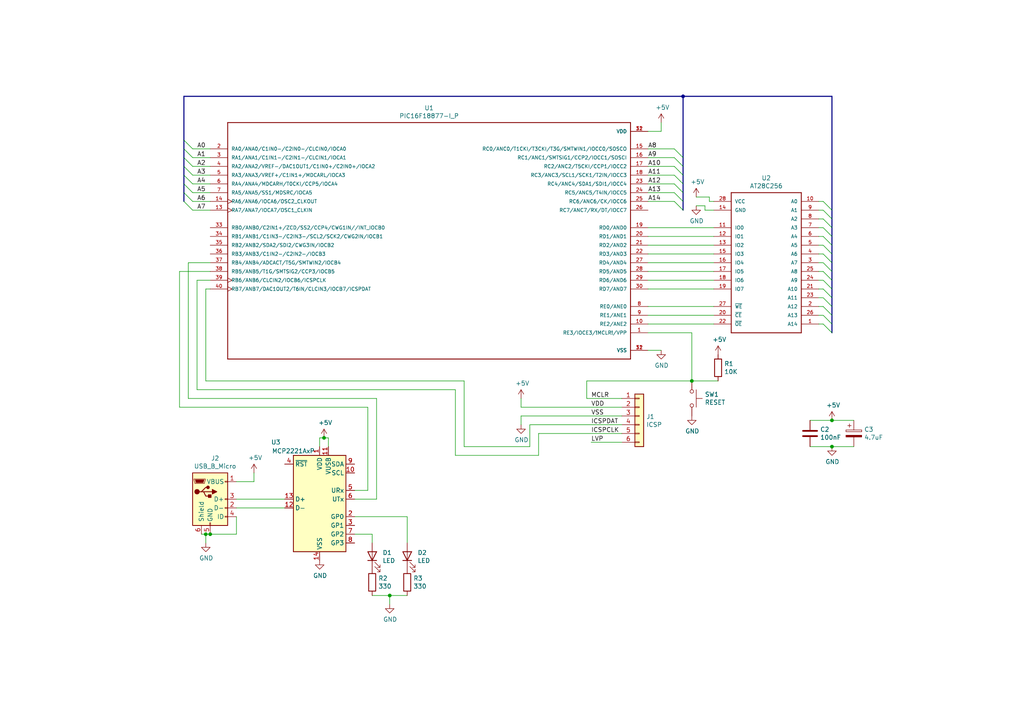
<source format=kicad_sch>
(kicad_sch (version 20230121) (generator eeschema)
  (paper "A4")
  (lib_symbols
    (symbol "AT28C256_1" (pin_names (offset 1.016))
      (property "Reference" "U" (at -5.08 24.1554 0))
      (property "Value" "AT28C256" (at -5.08 -21.3868 0))
      (symbol "AT28C256_1_0_0"
        (polyline (pts (xy -10.16 -17.78) (xy -10.16 22.86)) (stroke (width 0.254)))
        (polyline (pts (xy -10.16 22.86) (xy 10.16 22.86)) (stroke (width 0.254)))
        (polyline (pts (xy 10.16 -17.78) (xy -10.16 -17.78)) (stroke (width 0.254)))
        (polyline (pts (xy 10.16 22.86) (xy 10.16 -17.78)) (stroke (width 0.254)))
        (pin bidirectional line (at 15.24 -15.24 180) (length 5.08) (name "A14") (number "1"))
        (pin bidirectional line (at 15.24 20.32 180) (length 5.08) (name "A0") (number "10"))
        (pin bidirectional line (at -15.24 12.7 0) (length 5.08) (name "IO0") (number "11"))
        (pin bidirectional line (at -15.24 10.16 0) (length 5.08) (name "IO1") (number "12"))
        (pin bidirectional line (at -15.24 7.62 0) (length 5.08) (name "IO2") (number "13"))
        (pin bidirectional line (at -15.24 17.78 0) (length 5.08) (name "GND") (number "14"))
        (pin bidirectional line (at -15.24 5.08 0) (length 5.08) (name "IO3") (number "15"))
        (pin bidirectional line (at -15.24 2.54 0) (length 5.08) (name "IO4") (number "16"))
        (pin bidirectional line (at -15.24 0 0) (length 5.08) (name "IO5") (number "17"))
        (pin bidirectional line (at -15.24 -2.54 0) (length 5.08) (name "IO6") (number "18"))
        (pin bidirectional line (at -15.24 -5.08 0) (length 5.08) (name "IO7") (number "19"))
        (pin bidirectional line (at 15.24 -10.16 180) (length 5.08) (name "A12") (number "2"))
        (pin bidirectional line (at -15.24 -12.7 0) (length 5.08) (name "~{CE}") (number "20"))
        (pin bidirectional line (at 15.24 -5.08 180) (length 5.08) (name "A10") (number "21"))
        (pin bidirectional line (at -15.24 -15.24 0) (length 5.08) (name "~{OE}") (number "22"))
        (pin bidirectional line (at 15.24 -7.62 180) (length 5.08) (name "A11") (number "23"))
        (pin bidirectional line (at 15.24 -2.54 180) (length 5.08) (name "A9") (number "24"))
        (pin bidirectional line (at 15.24 0 180) (length 5.08) (name "A8") (number "25"))
        (pin bidirectional line (at 15.24 -12.7 180) (length 5.08) (name "A13") (number "26"))
        (pin bidirectional line (at -15.24 -10.16 0) (length 5.08) (name "~{WE}") (number "27"))
        (pin bidirectional line (at -15.24 20.32 0) (length 5.08) (name "VCC") (number "28"))
        (pin bidirectional line (at 15.24 2.54 180) (length 5.08) (name "A7") (number "3"))
        (pin bidirectional line (at 15.24 5.08 180) (length 5.08) (name "A6") (number "4"))
        (pin bidirectional line (at 15.24 7.62 180) (length 5.08) (name "A5") (number "5"))
        (pin bidirectional line (at 15.24 10.16 180) (length 5.08) (name "A4") (number "6"))
        (pin bidirectional line (at 15.24 12.7 180) (length 5.08) (name "A3") (number "7"))
        (pin bidirectional line (at 15.24 15.24 180) (length 5.08) (name "A2") (number "8"))
        (pin bidirectional line (at 15.24 17.78 180) (length 5.08) (name "A1") (number "9"))
      )
    )
    (symbol "AT28C256_2" (pin_names (offset 1.016))
      (property "Reference" "U" (at -5.08 24.1554 0))
      (property "Value" "AT28C256" (at -5.08 -21.3868 0))
      (symbol "AT28C256_2_0_0"
        (polyline (pts (xy -10.16 -17.78) (xy -10.16 22.86)) (stroke (width 0.254)))
        (polyline (pts (xy -10.16 22.86) (xy 10.16 22.86)) (stroke (width 0.254)))
        (polyline (pts (xy 10.16 -17.78) (xy -10.16 -17.78)) (stroke (width 0.254)))
        (polyline (pts (xy 10.16 22.86) (xy 10.16 -17.78)) (stroke (width 0.254)))
        (pin bidirectional line (at 15.24 -15.24 180) (length 5.08) (name "A14") (number "1"))
        (pin bidirectional line (at 15.24 20.32 180) (length 5.08) (name "A0") (number "10"))
        (pin bidirectional line (at -15.24 12.7 0) (length 5.08) (name "IO0") (number "11"))
        (pin bidirectional line (at -15.24 10.16 0) (length 5.08) (name "IO1") (number "12"))
        (pin bidirectional line (at -15.24 7.62 0) (length 5.08) (name "IO2") (number "13"))
        (pin bidirectional line (at -15.24 17.78 0) (length 5.08) (name "GND") (number "14"))
        (pin bidirectional line (at -15.24 5.08 0) (length 5.08) (name "IO3") (number "15"))
        (pin bidirectional line (at -15.24 2.54 0) (length 5.08) (name "IO4") (number "16"))
        (pin bidirectional line (at -15.24 0 0) (length 5.08) (name "IO5") (number "17"))
        (pin bidirectional line (at -15.24 -2.54 0) (length 5.08) (name "IO6") (number "18"))
        (pin bidirectional line (at -15.24 -5.08 0) (length 5.08) (name "IO7") (number "19"))
        (pin bidirectional line (at 15.24 -10.16 180) (length 5.08) (name "A12") (number "2"))
        (pin bidirectional line (at -15.24 -12.7 0) (length 5.08) (name "~{CE}") (number "20"))
        (pin bidirectional line (at 15.24 -5.08 180) (length 5.08) (name "A10") (number "21"))
        (pin bidirectional line (at -15.24 -15.24 0) (length 5.08) (name "~{OE}") (number "22"))
        (pin bidirectional line (at 15.24 -7.62 180) (length 5.08) (name "A11") (number "23"))
        (pin bidirectional line (at 15.24 -2.54 180) (length 5.08) (name "A9") (number "24"))
        (pin bidirectional line (at 15.24 0 180) (length 5.08) (name "A8") (number "25"))
        (pin bidirectional line (at 15.24 -12.7 180) (length 5.08) (name "A13") (number "26"))
        (pin bidirectional line (at -15.24 -10.16 0) (length 5.08) (name "~{WE}") (number "27"))
        (pin bidirectional line (at -15.24 20.32 0) (length 5.08) (name "VCC") (number "28"))
        (pin bidirectional line (at 15.24 2.54 180) (length 5.08) (name "A7") (number "3"))
        (pin bidirectional line (at 15.24 5.08 180) (length 5.08) (name "A6") (number "4"))
        (pin bidirectional line (at 15.24 7.62 180) (length 5.08) (name "A5") (number "5"))
        (pin bidirectional line (at 15.24 10.16 180) (length 5.08) (name "A4") (number "6"))
        (pin bidirectional line (at 15.24 12.7 180) (length 5.08) (name "A3") (number "7"))
        (pin bidirectional line (at 15.24 15.24 180) (length 5.08) (name "A2") (number "8"))
        (pin bidirectional line (at 15.24 17.78 180) (length 5.08) (name "A1") (number "9"))
      )
    )
    (symbol "Connector_Generic:Conn_01x06" (pin_names (offset 1.016) hide)
      (property "Reference" "J" (at 0 7.62 0))
      (property "Value" "Conn_01x06" (at 0 -10.16 0))
      (symbol "Conn_01x06_1_1"
        (rectangle (start -1.27 -7.493) (end 0 -7.747) (stroke (width 0.1524)))
        (rectangle (start -1.27 -4.953) (end 0 -5.207) (stroke (width 0.1524)))
        (rectangle (start -1.27 -2.413) (end 0 -2.667) (stroke (width 0.1524)))
        (rectangle (start -1.27 0.127) (end 0 -0.127) (stroke (width 0.1524)))
        (rectangle (start -1.27 2.667) (end 0 2.413) (stroke (width 0.1524)))
        (rectangle (start -1.27 5.207) (end 0 4.953) (stroke (width 0.1524)))
        (rectangle (start -1.27 6.35) (end 1.27 -8.89) (stroke (width 0.254)) (fill (type background)))
        (pin passive line (at -5.08 5.08 0) (length 3.81) (name "Pin_1") (number "1"))
        (pin passive line (at -5.08 2.54 0) (length 3.81) (name "Pin_2") (number "2"))
        (pin passive line (at -5.08 0 0) (length 3.81) (name "Pin_3") (number "3"))
        (pin passive line (at -5.08 -2.54 0) (length 3.81) (name "Pin_4") (number "4"))
        (pin passive line (at -5.08 -5.08 0) (length 3.81) (name "Pin_5") (number "5"))
        (pin passive line (at -5.08 -7.62 0) (length 3.81) (name "Pin_6") (number "6"))
      )
    )
    (symbol "Device:C" (pin_numbers hide) (pin_names (offset 0.254))
      (property "Reference" "C" (at 0.635 2.54 0))
      (property "Value" "C" (at 0.635 -2.54 0))
      (symbol "C_0_1"
        (polyline (pts (xy -2.032 -0.762) (xy 2.032 -0.762)) (stroke (width 0.508)))
        (polyline (pts (xy -2.032 0.762) (xy 2.032 0.762)) (stroke (width 0.508)))
      )
      (symbol "C_1_1"
        (pin passive line (at 0 3.81 270) (length 2.794) (name "~") (number "1"))
        (pin passive line (at 0 -3.81 90) (length 2.794) (name "~") (number "2"))
      )
    )
    (symbol "Device:LED" (pin_numbers hide) (pin_names (offset 1.016) hide)
      (property "Reference" "D" (at 0 2.54 0))
      (property "Value" "LED" (at 0 -2.54 0))
      (symbol "LED_0_1"
        (polyline (pts (xy -1.27 -1.27) (xy -1.27 1.27)) (stroke (width 0.254)))
        (polyline (pts (xy -1.27 0) (xy 1.27 0)))
        (polyline (pts (xy 1.27 -1.27) (xy 1.27 1.27) (xy -1.27 0) (xy 1.27 -1.27)) (stroke (width 0.254)))
        (polyline (pts (xy -3.048 -0.762) (xy -4.572 -2.286) (xy -3.81 -2.286) (xy -4.572 -2.286) (xy -4.572 -1.524)))
        (polyline (pts (xy -1.778 -0.762) (xy -3.302 -2.286) (xy -2.54 -2.286) (xy -3.302 -2.286) (xy -3.302 -1.524)))
      )
      (symbol "LED_1_1"
        (pin passive line (at -3.81 0 0) (length 2.54) (name "K") (number "1"))
        (pin passive line (at 3.81 0 180) (length 2.54) (name "A") (number "2"))
      )
    )
    (symbol "Device:R" (pin_numbers hide) (pin_names (offset 0))
      (property "Reference" "R" (at 2.032 0 90))
      (property "Value" "R" (at 0 0 90))
      (symbol "R_0_1"
        (rectangle (start -1.016 -2.54) (end 1.016 2.54) (stroke (width 0.254)))
      )
      (symbol "R_1_1"
        (pin passive line (at 0 3.81 270) (length 1.27) (name "~") (number "1"))
        (pin passive line (at 0 -3.81 90) (length 1.27) (name "~") (number "2"))
      )
    )
    (symbol "EEPROM Programmer-rescue:CP-Device" (pin_numbers hide) (pin_names (offset 0.254))
      (property "Reference" "C" (at 0.635 2.54 0))
      (property "Value" "Device_CP" (at 0.635 -2.54 0))
      (symbol "CP-Device_0_1"
        (rectangle (start -2.286 0.508) (end 2.286 1.016))
        (polyline (pts (xy -1.778 2.286) (xy -0.762 2.286)))
        (polyline (pts (xy -1.27 2.794) (xy -1.27 1.778)))
        (rectangle (start 2.286 -0.508) (end -2.286 -1.016) (fill (type outline)))
      )
      (symbol "CP-Device_1_1"
        (pin passive line (at 0 3.81 270) (length 2.794) (name "~") (number "1"))
        (pin passive line (at 0 -3.81 90) (length 2.794) (name "~") (number "2"))
      )
    )
    (symbol "EEPROM Programmer-rescue:PIC16F18877-I_P-PIC16F18877-I_P" (pin_names (offset 1.016))
      (property "Reference" "U" (at -58.4962 33.0708 0))
      (property "Value" "PIC16F18877-I_P_PIC16F18877-I_P" (at -58.4708 -35.6108 0))
      (symbol "PIC16F18877-I_P-PIC16F18877-I_P_0_0"
        (polyline (pts (xy -58.42 -35.56) (xy 58.42 -35.56)) (stroke (width 0.254)))
        (polyline (pts (xy -58.42 33.02) (xy -58.42 -35.56)) (stroke (width 0.254)))
        (polyline (pts (xy 58.42 -35.56) (xy 58.42 33.02)) (stroke (width 0.254)))
        (polyline (pts (xy 58.42 33.02) (xy -58.42 33.02)) (stroke (width 0.254)))
        (pin bidirectional line (at 63.5 -27.94 180) (length 5.08) (name "RE3/IOCE3/!MCLR!/VPP") (number "1"))
        (pin bidirectional line (at 63.5 -25.4 180) (length 5.08) (name "RE2/ANE2") (number "10"))
        (pin power_in line (at 63.5 30.48 180) (length 5.08) (name "VDD") (number "11"))
        (pin power_in line (at 63.5 -33.02 180) (length 5.08) (name "VSS") (number "12"))
        (pin bidirectional clock (at -63.5 7.62 0) (length 5.08) (name "RA7/ANA7/IOCA7/OSC1_CLKIN") (number "13"))
        (pin bidirectional clock (at -63.5 10.16 0) (length 5.08) (name "RA6/ANA6/IOCA6/OSC2_CLKOUT") (number "14"))
        (pin bidirectional line (at 63.5 25.4 180) (length 5.08) (name "RC0/ANC0/T1CKI/T3CKI/T3G/SMTWIN1/IOCC0/SOSCO") (number "15"))
        (pin bidirectional line (at 63.5 22.86 180) (length 5.08) (name "RC1/ANC1/SMTSIG1/CCP2/IOCC1/SOSCI") (number "16"))
        (pin bidirectional line (at 63.5 20.32 180) (length 5.08) (name "RC2/ANC2/T5CKI/CCP1/IOCC2") (number "17"))
        (pin bidirectional line (at 63.5 17.78 180) (length 5.08) (name "RC3/ANC3/SCL1/SCK1/T2IN/IOCC3") (number "18"))
        (pin bidirectional line (at 63.5 2.54 180) (length 5.08) (name "RD0/AND0") (number "19"))
        (pin bidirectional line (at -63.5 25.4 0) (length 5.08) (name "RA0/ANA0/C1IN0-/C2IN0-/CLCIN0/IOCA0") (number "2"))
        (pin bidirectional line (at 63.5 0 180) (length 5.08) (name "RD1/AND1") (number "20"))
        (pin bidirectional line (at 63.5 -2.54 180) (length 5.08) (name "RD2/AND2") (number "21"))
        (pin bidirectional line (at 63.5 -5.08 180) (length 5.08) (name "RD3/AND3") (number "22"))
        (pin bidirectional line (at 63.5 15.24 180) (length 5.08) (name "RC4/ANC4/SDA1/SDI1/IOCC4") (number "23"))
        (pin bidirectional line (at 63.5 12.7 180) (length 5.08) (name "RC5/ANC5/T4IN/IOCC5") (number "24"))
        (pin bidirectional line (at 63.5 10.16 180) (length 5.08) (name "RC6/ANC6/CK/IOCC6") (number "25"))
        (pin bidirectional line (at 63.5 7.62 180) (length 5.08) (name "RC7/ANC7/RX/DT/IOCC7") (number "26"))
        (pin bidirectional line (at 63.5 -7.62 180) (length 5.08) (name "RD4/AND4") (number "27"))
        (pin bidirectional line (at 63.5 -10.16 180) (length 5.08) (name "RD5/AND5") (number "28"))
        (pin bidirectional line (at 63.5 -12.7 180) (length 5.08) (name "RD6/AND6") (number "29"))
        (pin bidirectional line (at -63.5 22.86 0) (length 5.08) (name "RA1/ANA1/C1IN1-/C2IN1-/CLCIN1/IOCA1") (number "3"))
        (pin bidirectional line (at 63.5 -15.24 180) (length 5.08) (name "RD7/AND7") (number "30"))
        (pin power_in line (at 63.5 -33.02 180) (length 5.08) (name "VSS") (number "31"))
        (pin power_in line (at 63.5 30.48 180) (length 5.08) (name "VDD") (number "32"))
        (pin bidirectional line (at -63.5 2.54 0) (length 5.08) (name "RB0/ANB0/C2IN1+/ZCD/SS2/CCP4/CWG1IN//INT_IOCB0") (number "33"))
        (pin bidirectional line (at -63.5 0 0) (length 5.08) (name "RB1/ANB1/C1IN3-/C2IN3-/SCL2/SCK2/CWG2IN/IOCB1") (number "34"))
        (pin bidirectional line (at -63.5 -2.54 0) (length 5.08) (name "RB2/ANB2/SDA2/SDI2/CWG3IN/IOCB2") (number "35"))
        (pin bidirectional line (at -63.5 -5.08 0) (length 5.08) (name "RB3/ANB3/C1IN2-/C2IN2-/IOCB3") (number "36"))
        (pin bidirectional line (at -63.5 -7.62 0) (length 5.08) (name "RB4/ANB4/ADCACT/T5G/SMTWIN2/IOCB4") (number "37"))
        (pin bidirectional line (at -63.5 -10.16 0) (length 5.08) (name "RB5/ANB5/T1G/SMTSIG2/CCP3/IOCB5") (number "38"))
        (pin bidirectional clock (at -63.5 -12.7 0) (length 5.08) (name "RB6/ANB6/CLCIN2/IOCB6/ICSPCLK") (number "39"))
        (pin bidirectional line (at -63.5 20.32 0) (length 5.08) (name "RA2/ANA2/VREF-/DAC1OUT1/C1IN0+/C2IN0+/IOCA2") (number "4"))
        (pin bidirectional clock (at -63.5 -15.24 0) (length 5.08) (name "RB7/ANB7/DAC1OUT2/T6IN/CLCIN3/IOCB7/ICSPDAT") (number "40"))
        (pin bidirectional line (at -63.5 17.78 0) (length 5.08) (name "RA3/ANA3/VREF+/C1IN1+/MDCARL/IOCA3") (number "5"))
        (pin bidirectional line (at -63.5 15.24 0) (length 5.08) (name "RA4/ANA4/MDCARH/T0CKI/CCP5/IOCA4") (number "6"))
        (pin bidirectional line (at -63.5 12.7 0) (length 5.08) (name "RA5/ANA5/SS1/MDSRC/IOCA5") (number "7"))
        (pin bidirectional line (at 63.5 -20.32 180) (length 5.08) (name "RE0/ANE0") (number "8"))
        (pin bidirectional line (at 63.5 -22.86 180) (length 5.08) (name "RE1/ANE1") (number "9"))
      )
    )
    (symbol "EEPROM Programmer-rescue:USB_B_Micro-Connector" (pin_names (offset 1.016))
      (property "Reference" "J" (at -5.08 11.43 0))
      (property "Value" "Connector_USB_B_Micro" (at -5.08 8.89 0))
      (symbol "USB_B_Micro-Connector_0_1"
        (rectangle (start -5.08 -7.62) (end 5.08 7.62) (stroke (width 0.254)) (fill (type background)))
        (circle (center -3.81 2.159) (radius 0.635) (stroke (width 0.254)) (fill (type outline)))
        (circle (center -0.635 3.429) (radius 0.381) (stroke (width 0.254)) (fill (type outline)))
        (rectangle (start -0.127 -7.62) (end 0.127 -6.858))
        (polyline (pts (xy -1.905 2.159) (xy 0.635 2.159)) (stroke (width 0.254)))
        (polyline (pts (xy -3.175 2.159) (xy -2.54 2.159) (xy -1.27 3.429) (xy -0.635 3.429)) (stroke (width 0.254)))
        (polyline (pts (xy -2.54 2.159) (xy -1.905 2.159) (xy -1.27 0.889) (xy 0 0.889)) (stroke (width 0.254)))
        (polyline (pts (xy 0.635 2.794) (xy 0.635 1.524) (xy 1.905 2.159) (xy 0.635 2.794)) (stroke (width 0.254)) (fill (type outline)))
        (polyline (pts (xy -4.318 5.588) (xy -1.778 5.588) (xy -2.032 4.826) (xy -4.064 4.826) (xy -4.318 5.588)) (fill (type outline)))
        (polyline (pts (xy -4.699 5.842) (xy -4.699 5.588) (xy -4.445 4.826) (xy -4.445 4.572) (xy -1.651 4.572) (xy -1.651 4.826) (xy -1.397 5.588) (xy -1.397 5.842) (xy -4.699 5.842)))
        (rectangle (start 0.254 1.27) (end -0.508 0.508) (stroke (width 0.254)) (fill (type outline)))
        (rectangle (start 5.08 -5.207) (end 4.318 -4.953))
        (rectangle (start 5.08 -2.667) (end 4.318 -2.413))
        (rectangle (start 5.08 -0.127) (end 4.318 0.127))
        (rectangle (start 5.08 4.953) (end 4.318 5.207))
      )
      (symbol "USB_B_Micro-Connector_1_1"
        (pin power_out line (at 7.62 5.08 180) (length 2.54) (name "VBUS") (number "1"))
        (pin passive line (at 7.62 -2.54 180) (length 2.54) (name "D-") (number "2"))
        (pin passive line (at 7.62 0 180) (length 2.54) (name "D+") (number "3"))
        (pin passive line (at 7.62 -5.08 180) (length 2.54) (name "ID") (number "4"))
        (pin power_out line (at 0 -10.16 90) (length 2.54) (name "GND") (number "5"))
        (pin passive line (at -2.54 -10.16 90) (length 2.54) (name "Shield") (number "6"))
      )
    )
    (symbol "Interface_USB:MCP2221AxP"
      (property "Reference" "U" (at -7.62 16.51 0))
      (property "Value" "MCP2221AxP" (at 12.7 16.51 0))
      (symbol "MCP2221AxP_0_1"
        (rectangle (start -7.62 15.24) (end 7.62 -12.7) (stroke (width 0.254)) (fill (type background)))
      )
      (symbol "MCP2221AxP_1_1"
        (pin power_in line (at 0 17.78 270) (length 2.54) (name "VDD") (number "1"))
        (pin bidirectional line (at 10.16 10.16 180) (length 2.54) (name "SCL") (number "10"))
        (pin passive line (at 2.54 17.78 270) (length 2.54) (name "VUSB") (number "11"))
        (pin bidirectional line (at -10.16 0 0) (length 2.54) (name "D-") (number "12"))
        (pin bidirectional line (at -10.16 2.54 0) (length 2.54) (name "D+") (number "13"))
        (pin power_in line (at 0 -15.24 90) (length 2.54) (name "VSS") (number "14"))
        (pin bidirectional line (at 10.16 -2.54 180) (length 2.54) (name "GP0") (number "2"))
        (pin bidirectional line (at 10.16 -5.08 180) (length 2.54) (name "GP1") (number "3"))
        (pin input line (at -10.16 12.7 0) (length 2.54) (name "~{RST}") (number "4"))
        (pin input line (at 10.16 5.08 180) (length 2.54) (name "URx") (number "5"))
        (pin output line (at 10.16 2.54 180) (length 2.54) (name "UTx") (number "6"))
        (pin bidirectional line (at 10.16 -7.62 180) (length 2.54) (name "GP2") (number "7"))
        (pin bidirectional line (at 10.16 -10.16 180) (length 2.54) (name "GP3") (number "8"))
        (pin bidirectional line (at 10.16 12.7 180) (length 2.54) (name "SDA") (number "9"))
      )
    )
    (symbol "Switch:SW_Push" (pin_numbers hide) (pin_names (offset 1.016) hide)
      (property "Reference" "SW" (at 1.27 2.54 0))
      (property "Value" "SW_Push" (at 0 -1.524 0))
      (symbol "SW_Push_0_1"
        (circle (center -2.032 0) (radius 0.508))
        (polyline (pts (xy 0 1.27) (xy 0 3.048)))
        (polyline (pts (xy 2.54 1.27) (xy -2.54 1.27)))
        (circle (center 2.032 0) (radius 0.508))
        (pin passive line (at -5.08 0 0) (length 2.54) (name "1") (number "1"))
        (pin passive line (at 5.08 0 180) (length 2.54) (name "2") (number "2"))
      )
    )
    (symbol "power:+5V" (power) (pin_names (offset 0))
      (property "Value" "+5V" (at 0 3.556 0))
      (symbol "+5V_0_1"
        (polyline (pts (xy -0.762 1.27) (xy 0 2.54)))
        (polyline (pts (xy 0 0) (xy 0 2.54)))
        (polyline (pts (xy 0 2.54) (xy 0.762 1.27)))
      )
      (symbol "+5V_1_1"
        (pin power_in line (at 0 0 90) (length 0) hide (name "+5V") (number "1"))
      )
    )
    (symbol "power:GND" (power) (pin_names (offset 0))
      (property "Value" "GND" (at 0 -3.81 0))
      (symbol "GND_0_1"
        (polyline (pts (xy 0 0) (xy 0 -1.27) (xy 1.27 -1.27) (xy 0 -2.54) (xy -1.27 -1.27) (xy 0 -1.27)))
      )
      (symbol "GND_1_1"
        (pin power_in line (at 0 0 270) (length 0) hide (name "GND") (number "1"))
      )
    )
  )
  (junction (at 93.98 127))
  (junction (at 241.3 121.92))
  (junction (at 59.69 154.94))
  (junction (at 60.96 154.94))
  (junction (at 113.03 172.72))
  (junction (at 198.12 27.94))
  (junction (at 200.66 110.49))
  (junction (at 241.3 129.54))
  (bus_entry (at 195.58 50.8) (size 2.54 2.54))
  (bus_entry (at 238.76 68.58) (size 2.54 2.54))
  (bus_entry (at 195.58 45.72) (size 2.54 2.54))
  (bus_entry (at 53.34 55.88) (size 2.54 2.54))
  (bus_entry (at 53.34 40.64) (size 2.54 2.54))
  (bus_entry (at 53.34 58.42) (size 2.54 2.54))
  (bus_entry (at 238.76 91.44) (size 2.54 2.54))
  (bus_entry (at 195.58 58.42) (size 2.54 2.54))
  (bus_entry (at 238.76 71.12) (size 2.54 2.54))
  (bus_entry (at 238.76 63.5) (size 2.54 2.54))
  (bus_entry (at 238.76 93.98) (size 2.54 2.54))
  (bus_entry (at 53.34 53.34) (size 2.54 2.54))
  (bus_entry (at 53.34 50.8) (size 2.54 2.54))
  (bus_entry (at 53.34 45.72) (size 2.54 2.54))
  (bus_entry (at 238.76 73.66) (size 2.54 2.54))
  (bus_entry (at 238.76 66.04) (size 2.54 2.54))
  (bus_entry (at 53.34 48.26) (size 2.54 2.54))
  (bus_entry (at 238.76 78.74) (size 2.54 2.54))
  (bus_entry (at 238.76 86.36) (size 2.54 2.54))
  (bus_entry (at 195.58 55.88) (size 2.54 2.54))
  (bus_entry (at 238.76 81.28) (size 2.54 2.54))
  (bus_entry (at 238.76 83.82) (size 2.54 2.54))
  (bus_entry (at 238.76 88.9) (size 2.54 2.54))
  (bus_entry (at 195.58 48.26) (size 2.54 2.54))
  (bus_entry (at 238.76 60.96) (size 2.54 2.54))
  (bus_entry (at 238.76 76.2) (size 2.54 2.54))
  (bus_entry (at 195.58 43.18) (size 2.54 2.54))
  (bus_entry (at 53.34 43.18) (size 2.54 2.54))
  (bus_entry (at 195.58 53.34) (size 2.54 2.54))
  (bus_entry (at 238.76 58.42) (size 2.54 2.54))
  (wire (pts (xy 60.96 78.74) (xy 52.07 78.74)))
  (wire (pts (xy 237.49 60.96) (xy 238.76 60.96)))
  (bus (pts (xy 198.12 27.94) (xy 198.12 45.72)))
  (bus (pts (xy 53.34 27.94) (xy 53.34 40.64)))
  (wire (pts (xy 55.88 60.96) (xy 60.96 60.96)))
  (bus (pts (xy 53.34 45.72) (xy 53.34 48.26)))
  (wire (pts (xy 191.77 38.1) (xy 191.77 35.56)))
  (wire (pts (xy 55.88 50.8) (xy 60.96 50.8)))
  (wire (pts (xy 54.61 76.2) (xy 60.96 76.2)))
  (wire (pts (xy 134.62 129.54) (xy 134.62 110.49)))
  (wire (pts (xy 82.55 147.32) (xy 68.58 147.32)))
  (wire (pts (xy 187.96 81.28) (xy 207.01 81.28)))
  (wire (pts (xy 107.95 172.72) (xy 113.03 172.72)))
  (wire (pts (xy 187.96 76.2) (xy 207.01 76.2)))
  (wire (pts (xy 187.96 55.88) (xy 195.58 55.88)))
  (wire (pts (xy 73.66 139.7) (xy 73.66 137.16)))
  (wire (pts (xy 237.49 73.66) (xy 238.76 73.66)))
  (bus (pts (xy 198.12 53.34) (xy 198.12 55.88)))
  (wire (pts (xy 170.18 115.57) (xy 170.18 110.49)))
  (wire (pts (xy 237.49 93.98) (xy 238.76 93.98)))
  (wire (pts (xy 200.66 96.52) (xy 200.66 110.49)))
  (wire (pts (xy 109.22 144.78) (xy 102.87 144.78)))
  (wire (pts (xy 205.74 57.15) (xy 201.93 57.15)))
  (wire (pts (xy 237.49 88.9) (xy 238.76 88.9)))
  (wire (pts (xy 60.96 58.42) (xy 55.88 58.42)))
  (wire (pts (xy 102.87 142.24) (xy 106.68 142.24)))
  (wire (pts (xy 132.08 113.03) (xy 57.15 113.03)))
  (bus (pts (xy 241.3 27.94) (xy 241.3 60.96)))
  (wire (pts (xy 204.47 59.69) (xy 204.47 60.96)))
  (wire (pts (xy 195.58 45.72) (xy 187.96 45.72)))
  (wire (pts (xy 187.96 71.12) (xy 207.01 71.12)))
  (wire (pts (xy 187.96 43.18) (xy 195.58 43.18)))
  (bus (pts (xy 241.3 81.28) (xy 241.3 83.82)))
  (wire (pts (xy 153.67 123.19) (xy 180.34 123.19)))
  (wire (pts (xy 153.67 123.19) (xy 153.67 129.54)))
  (wire (pts (xy 237.49 81.28) (xy 238.76 81.28)))
  (wire (pts (xy 55.88 45.72) (xy 60.96 45.72)))
  (wire (pts (xy 187.96 96.52) (xy 200.66 96.52)))
  (wire (pts (xy 156.21 125.73) (xy 156.21 132.08)))
  (wire (pts (xy 180.34 118.11) (xy 151.13 118.11)))
  (wire (pts (xy 52.07 78.74) (xy 52.07 118.11)))
  (wire (pts (xy 102.87 149.86) (xy 118.11 149.86)))
  (wire (pts (xy 187.96 78.74) (xy 207.01 78.74)))
  (bus (pts (xy 241.3 68.58) (xy 241.3 71.12)))
  (wire (pts (xy 102.87 154.94) (xy 107.95 154.94)))
  (wire (pts (xy 187.96 48.26) (xy 195.58 48.26)))
  (wire (pts (xy 237.49 58.42) (xy 238.76 58.42)))
  (wire (pts (xy 60.96 43.18) (xy 55.88 43.18)))
  (wire (pts (xy 58.42 154.94) (xy 59.69 154.94)))
  (wire (pts (xy 204.47 60.96) (xy 207.01 60.96)))
  (wire (pts (xy 59.69 154.94) (xy 59.69 157.48)))
  (wire (pts (xy 187.96 38.1) (xy 191.77 38.1)))
  (wire (pts (xy 95.25 127) (xy 93.98 127)))
  (wire (pts (xy 247.65 121.92) (xy 241.3 121.92)))
  (bus (pts (xy 241.3 63.5) (xy 241.3 66.04)))
  (wire (pts (xy 237.49 83.82) (xy 238.76 83.82)))
  (wire (pts (xy 113.03 172.72) (xy 118.11 172.72)))
  (wire (pts (xy 106.68 142.24) (xy 106.68 118.11)))
  (bus (pts (xy 53.34 50.8) (xy 53.34 53.34)))
  (bus (pts (xy 241.3 78.74) (xy 241.3 81.28)))
  (wire (pts (xy 106.68 118.11) (xy 52.07 118.11)))
  (wire (pts (xy 207.01 58.42) (xy 205.74 58.42)))
  (wire (pts (xy 68.58 154.94) (xy 60.96 154.94)))
  (wire (pts (xy 180.34 115.57) (xy 170.18 115.57)))
  (bus (pts (xy 198.12 55.88) (xy 198.12 58.42)))
  (bus (pts (xy 53.34 43.18) (xy 53.34 45.72)))
  (wire (pts (xy 68.58 144.78) (xy 82.55 144.78)))
  (wire (pts (xy 156.21 132.08) (xy 132.08 132.08)))
  (bus (pts (xy 198.12 48.26) (xy 198.12 50.8)))
  (wire (pts (xy 107.95 154.94) (xy 107.95 157.48)))
  (bus (pts (xy 53.34 48.26) (xy 53.34 50.8)))
  (wire (pts (xy 205.74 58.42) (xy 205.74 57.15)))
  (wire (pts (xy 54.61 115.57) (xy 109.22 115.57)))
  (wire (pts (xy 237.49 78.74) (xy 238.76 78.74)))
  (bus (pts (xy 241.3 91.44) (xy 241.3 93.98)))
  (wire (pts (xy 153.67 129.54) (xy 134.62 129.54)))
  (wire (pts (xy 92.71 129.54) (xy 92.71 127)))
  (wire (pts (xy 60.96 48.26) (xy 55.88 48.26)))
  (bus (pts (xy 53.34 27.94) (xy 198.12 27.94)))
  (wire (pts (xy 55.88 55.88) (xy 60.96 55.88)))
  (bus (pts (xy 53.34 40.64) (xy 53.34 43.18)))
  (wire (pts (xy 237.49 66.04) (xy 238.76 66.04)))
  (wire (pts (xy 59.69 83.82) (xy 59.69 110.49)))
  (wire (pts (xy 187.96 101.6) (xy 191.77 101.6)))
  (bus (pts (xy 198.12 45.72) (xy 198.12 48.26)))
  (bus (pts (xy 241.3 76.2) (xy 241.3 78.74)))
  (wire (pts (xy 92.71 127) (xy 93.98 127)))
  (wire (pts (xy 59.69 154.94) (xy 60.96 154.94)))
  (wire (pts (xy 237.49 71.12) (xy 238.76 71.12)))
  (wire (pts (xy 187.96 68.58) (xy 207.01 68.58)))
  (wire (pts (xy 151.13 120.65) (xy 151.13 123.19)))
  (wire (pts (xy 241.3 129.54) (xy 247.65 129.54)))
  (bus (pts (xy 198.12 50.8) (xy 198.12 53.34)))
  (wire (pts (xy 237.49 76.2) (xy 238.76 76.2)))
  (bus (pts (xy 241.3 73.66) (xy 241.3 76.2)))
  (bus (pts (xy 53.34 55.88) (xy 53.34 58.42)))
  (bus (pts (xy 241.3 71.12) (xy 241.3 73.66)))
  (wire (pts (xy 237.49 63.5) (xy 238.76 63.5)))
  (wire (pts (xy 132.08 132.08) (xy 132.08 113.03)))
  (bus (pts (xy 241.3 83.82) (xy 241.3 86.36)))
  (wire (pts (xy 156.21 125.73) (xy 180.34 125.73)))
  (bus (pts (xy 241.3 93.98) (xy 241.3 96.52)))
  (wire (pts (xy 207.01 93.98) (xy 187.96 93.98)))
  (bus (pts (xy 241.3 60.96) (xy 241.3 63.5)))
  (wire (pts (xy 57.15 113.03) (xy 57.15 81.28)))
  (wire (pts (xy 200.66 110.49) (xy 208.28 110.49)))
  (wire (pts (xy 60.96 53.34) (xy 55.88 53.34)))
  (wire (pts (xy 68.58 149.86) (xy 68.58 154.94)))
  (bus (pts (xy 198.12 27.94) (xy 241.3 27.94)))
  (bus (pts (xy 241.3 86.36) (xy 241.3 88.9)))
  (wire (pts (xy 109.22 115.57) (xy 109.22 144.78)))
  (bus (pts (xy 198.12 58.42) (xy 198.12 60.96)))
  (wire (pts (xy 151.13 120.65) (xy 180.34 120.65)))
  (wire (pts (xy 60.96 81.28) (xy 57.15 81.28)))
  (wire (pts (xy 118.11 149.86) (xy 118.11 157.48)))
  (wire (pts (xy 195.58 50.8) (xy 187.96 50.8)))
  (bus (pts (xy 53.34 53.34) (xy 53.34 55.88)))
  (wire (pts (xy 195.58 58.42) (xy 187.96 58.42)))
  (bus (pts (xy 241.3 88.9) (xy 241.3 91.44)))
  (wire (pts (xy 95.25 129.54) (xy 95.25 127)))
  (wire (pts (xy 134.62 110.49) (xy 59.69 110.49)))
  (bus (pts (xy 241.3 66.04) (xy 241.3 68.58)))
  (wire (pts (xy 201.93 59.69) (xy 204.47 59.69)))
  (wire (pts (xy 60.96 83.82) (xy 59.69 83.82)))
  (wire (pts (xy 187.96 88.9) (xy 207.01 88.9)))
  (wire (pts (xy 113.03 175.26) (xy 113.03 172.72)))
  (wire (pts (xy 241.3 121.92) (xy 234.95 121.92)))
  (wire (pts (xy 180.34 128.27) (xy 171.45 128.27)))
  (wire (pts (xy 237.49 68.58) (xy 238.76 68.58)))
  (wire (pts (xy 187.96 91.44) (xy 207.01 91.44)))
  (wire (pts (xy 237.49 86.36) (xy 238.76 86.36)))
  (wire (pts (xy 187.96 66.04) (xy 207.01 66.04)))
  (wire (pts (xy 170.18 110.49) (xy 200.66 110.49)))
  (wire (pts (xy 54.61 76.2) (xy 54.61 115.57)))
  (wire (pts (xy 187.96 83.82) (xy 207.01 83.82)))
  (wire (pts (xy 68.58 139.7) (xy 73.66 139.7)))
  (wire (pts (xy 187.96 53.34) (xy 195.58 53.34)))
  (wire (pts (xy 234.95 129.54) (xy 241.3 129.54)))
  (wire (pts (xy 237.49 91.44) (xy 238.76 91.44)))
  (wire (pts (xy 151.13 118.11) (xy 151.13 115.57)))
  (wire (pts (xy 207.01 73.66) (xy 187.96 73.66)))
  (label "ICSPCLK" (at 171.45 125.73 0))
  (label "A8" (at 187.96 43.18 0))
  (label "LVP" (at 171.45 128.27 0))
  (label "VSS" (at 171.45 120.65 0))
  (label "A10" (at 187.96 48.26 0))
  (label "MCLR" (at 171.45 115.57 0))
  (label "A11" (at 187.96 50.8 0))
  (label "A7" (at 57.15 60.96 0))
  (label "A3" (at 57.15 50.8 0))
  (label "A14" (at 187.96 58.42 0))
  (label "A12" (at 187.96 53.34 0))
  (label "A4" (at 57.15 53.34 0))
  (label "A13" (at 187.96 55.88 0))
  (label "A1" (at 57.15 45.72 0))
  (label "A0" (at 57.15 43.18 0))
  (label "VDD" (at 171.45 118.11 0))
  (label "ICSPDAT" (at 171.45 123.19 0))
  (label "A5" (at 57.15 55.88 0))
  (label "A9" (at 187.96 45.72 0))
  (label "A6" (at 57.15 58.42 0))
  (label "A2" (at 57.15 48.26 0))
  (symbol (lib_id "EEPROM Programmer-rescue:PIC16F18877-I_P-PIC16F18877-I_P") (at 124.46 68.58 0) (unit 1)
    (property "Reference" "U1" (at 124.46 31.3182 0))
    (property "Value" "PIC16F18877-I_P" (at 124.46 33.6296 0))
    (property "Footprint" "Package_DIP:DIP-40_W15.24mm_LongPads" (effects hide))
    (property "Datasheet" "IPC-7351B" (effects hide))
    (property "Field4" "MICROCHIP" (effects hide))
    (property "Field5" "C" (effects hide))
  )
  (symbol (lib_name "AT28C256_2") (lib_id "AT28C256:AT28C256") (at 222.25 78.74 0) (unit 1)
    (property "Reference" "U2" (at 222.25 51.6382 0))
    (property "Value" "AT28C256" (at 222.25 53.9496 0))
    (property "Footprint" "Socket:DIP_Socket-28_W11.9_W12.7_W15.24_W17.78_W18.5_3M_228-1277-00-0602J" (effects hide))
    (property "Datasheet" "AT28C256" (effects hide))
    (property "Field4" "Microchip" (effects hide))
    (property "Field5" "PDIP-28 Microchip" (effects hide))
    (property "Field6" "None" (effects hide))
    (property "Field7" "Unavailable" (effects hide))
    (property "Field8" "EEPROM Memory IC 256Kb (32K x 8) Parallel 150ns 32-PLCC (11.43x13.97)" (effects hide))
  )
  (symbol (lib_id "power:GND") (at 191.77 101.6 0) (unit 1)
    (property "Reference" "#PWR0103" (effects hide))
    (property "Value" "GND" (at 191.897 105.9942 0))
  )
  (symbol (lib_id "power:+5V") (at 208.28 102.87 0) (unit 1)
    (property "Reference" "#PWR0104" (effects hide))
    (property "Value" "+5V" (at 208.661 98.4758 0))
  )
  (symbol (lib_id "power:+5V") (at 201.93 57.15 0) (unit 1)
    (property "Reference" "#PWR0105" (effects hide))
    (property "Value" "+5V" (at 202.311 52.7558 0))
  )
  (symbol (lib_id "power:GND") (at 201.93 59.69 0) (unit 1)
    (property "Reference" "#PWR0106" (effects hide))
    (property "Value" "GND" (at 202.057 64.0842 0))
  )
  (symbol (lib_id "power:+5V") (at 191.77 35.56 0) (unit 1)
    (property "Reference" "#PWR0107" (effects hide))
    (property "Value" "+5V" (at 192.151 31.1658 0))
  )
  (symbol (lib_id "power:+5V") (at 241.3 121.92 0) (unit 1)
    (property "Reference" "#PWR0110" (effects hide))
    (property "Value" "+5V" (at 241.681 117.5258 0))
  )
  (symbol (lib_id "power:GND") (at 241.3 129.54 0) (unit 1)
    (property "Reference" "#PWR0111" (effects hide))
    (property "Value" "GND" (at 241.427 133.9342 0))
  )
  (symbol (lib_id "Device:C") (at 234.95 125.73 0) (unit 1)
    (property "Reference" "C2" (at 237.871 124.5616 0) (effects (justify left)))
    (property "Value" "100nF" (at 237.871 126.873 0) (effects (justify left)))
    (property "Footprint" "Capacitor_THT:C_Rect_L7.0mm_W6.0mm_P5.00mm" (effects hide))
  )
  (symbol (lib_id "EEPROM Programmer-rescue:CP-Device") (at 247.65 125.73 0) (unit 1)
    (property "Reference" "C3" (at 250.6472 124.5616 0) (effects (justify left)))
    (property "Value" "4.7uF" (at 250.6472 126.873 0) (effects (justify left)))
    (property "Footprint" "Capacitor_THT:C_Rect_L7.0mm_W6.0mm_P5.00mm" (effects hide))
  )
  (symbol (lib_id "Connector_Generic:Conn_01x06") (at 185.42 120.65 0) (unit 1)
    (property "Reference" "J1" (at 187.452 120.8532 0) (effects (justify left)))
    (property "Value" "ICSP" (at 187.452 123.1646 0) (effects (justify left)))
    (property "Footprint" "Connector_PinHeader_1.00mm:PinHeader_1x06_P1.00mm_Horizontal" (effects hide))
  )
  (symbol (lib_id "power:GND") (at 151.13 123.19 0) (unit 1)
    (property "Reference" "#PWR0112" (effects hide))
    (property "Value" "GND" (at 151.257 127.5842 0))
  )
  (symbol (lib_id "Interface_USB:MCP2221AxP") (at 92.71 147.32 0) (unit 1)
    (property "Reference" "U3" (at 80.01 128.27 0))
    (property "Value" "MCP2221AxP" (at 85.09 130.81 0))
    (property "Footprint" "Package_DIP:DIP-14_W7.62mm" (effects hide))
    (property "Datasheet" "http://ww1.microchip.com/downloads/en/DeviceDoc/20005565B.pdf" (effects hide))
  )
  (symbol (lib_id "power:GND") (at 92.71 162.56 0) (unit 1)
    (property "Reference" "#PWR03" (effects hide))
    (property "Value" "GND" (at 92.837 166.9542 0))
  )
  (symbol (lib_id "power:+5V") (at 151.13 115.57 0) (unit 1)
    (property "Reference" "#PWR0113" (effects hide))
    (property "Value" "+5V" (at 151.511 111.1758 0))
  )
  (symbol (lib_id "EEPROM Programmer-rescue:USB_B_Micro-Connector") (at 60.96 144.78 0) (unit 1)
    (property "Reference" "J2" (at 62.4078 132.9182 0))
    (property "Value" "USB_B_Micro" (at 62.4078 135.2296 0))
    (property "Footprint" "Connector_USB:USB_Micro-AB_Molex_47590-0001" (effects hide))
  )
  (symbol (lib_id "power:+5V") (at 73.66 137.16 0) (unit 1)
    (property "Reference" "#PWR02" (effects hide))
    (property "Value" "+5V" (at 74.041 132.7658 0))
  )
  (symbol (lib_id "power:GND") (at 59.69 157.48 0) (unit 1)
    (property "Reference" "#PWR01" (effects hide))
    (property "Value" "GND" (at 59.817 161.8742 0))
  )
  (symbol (lib_id "power:+5V") (at 93.98 127 0) (unit 1)
    (property "Reference" "#PWR04" (effects hide))
    (property "Value" "+5V" (at 94.361 122.6058 0))
  )
  (symbol (lib_id "Switch:SW_Push") (at 200.66 115.57 270) (unit 1)
    (property "Reference" "SW1" (at 204.4192 114.4016 90) (effects (justify left)))
    (property "Value" "RESET" (at 204.4192 116.713 90) (effects (justify left)))
    (property "Footprint" "Button_Switch_SMD:SW_SPDT_PCM12" (effects hide))
  )
  (symbol (lib_id "power:GND") (at 200.66 120.65 0) (unit 1)
    (property "Reference" "#PWR0108" (effects hide))
    (property "Value" "GND" (at 200.787 125.0442 0))
  )
  (symbol (lib_id "Device:R") (at 208.28 106.68 0) (unit 1)
    (property "Reference" "R1" (at 210.058 105.5116 0) (effects (justify left)))
    (property "Value" "10K" (at 210.058 107.823 0) (effects (justify left)))
    (property "Footprint" "Resistor_THT:R_Box_L8.4mm_W2.5mm_P5.08mm" (effects hide))
  )
  (symbol (lib_id "Device:LED") (at 107.95 161.29 90) (unit 1)
    (property "Reference" "D1" (at 110.9472 160.2994 90) (effects (justify right)))
    (property "Value" "LED" (at 110.9472 162.6108 90) (effects (justify right)))
    (property "Footprint" "LED_THT:LED_D8.0mm" (effects hide))
  )
  (symbol (lib_id "Device:LED") (at 118.11 161.29 90) (unit 1)
    (property "Reference" "D2" (at 121.1072 160.2994 90) (effects (justify right)))
    (property "Value" "LED" (at 121.1072 162.6108 90) (effects (justify right)))
    (property "Footprint" "LED_THT:LED_D8.0mm" (effects hide))
  )
  (symbol (lib_id "Device:R") (at 107.95 168.91 0) (unit 1)
    (property "Reference" "R2" (at 109.728 167.7416 0) (effects (justify left)))
    (property "Value" "330" (at 109.728 170.053 0) (effects (justify left)))
    (property "Footprint" "Resistor_THT:R_Box_L8.4mm_W2.5mm_P5.08mm" (effects hide))
  )
  (symbol (lib_id "Device:R") (at 118.11 168.91 0) (unit 1)
    (property "Reference" "R3" (at 119.888 167.7416 0) (effects (justify left)))
    (property "Value" "330" (at 119.888 170.053 0) (effects (justify left)))
    (property "Footprint" "Resistor_THT:R_Box_L8.4mm_W2.5mm_P5.08mm" (effects hide))
  )
  (symbol (lib_id "power:GND") (at 113.03 175.26 0) (unit 1)
    (property "Reference" "#PWR05" (effects hide))
    (property "Value" "GND" (at 113.157 179.6542 0))
  )
)
</source>
